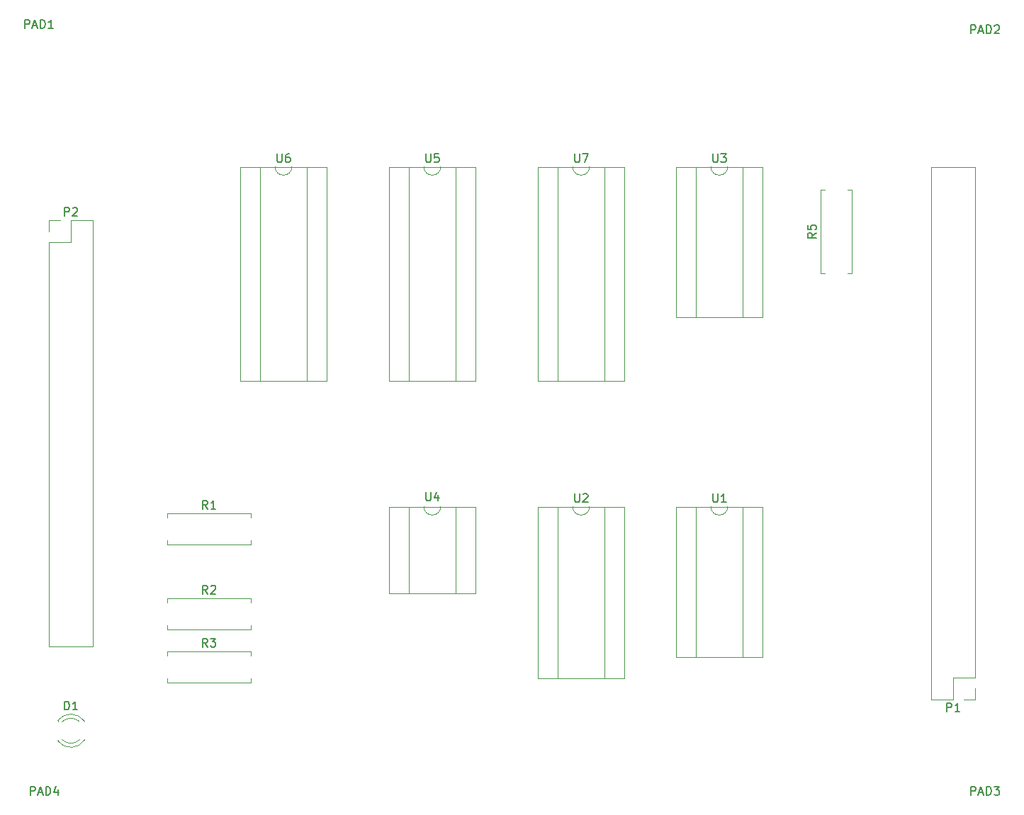
<source format=gbr>
G04 #@! TF.FileFunction,Legend,Top*
%FSLAX46Y46*%
G04 Gerber Fmt 4.6, Leading zero omitted, Abs format (unit mm)*
G04 Created by KiCad (PCBNEW 4.0.6-e0-6349~53~ubuntu16.04.1) date Mon Apr  3 22:16:37 2017*
%MOMM*%
%LPD*%
G01*
G04 APERTURE LIST*
%ADD10C,0.100000*%
%ADD11C,0.120000*%
%ADD12C,0.150000*%
%ADD13R,1.800000X1.800000*%
%ADD14C,1.800000*%
%ADD15R,1.700000X1.700000*%
%ADD16O,1.700000X1.700000*%
%ADD17C,2.400000*%
%ADD18O,2.400000X2.400000*%
%ADD19R,1.600000X1.600000*%
%ADD20O,1.600000X1.600000*%
%ADD21C,6.400000*%
G04 APERTURE END LIST*
D10*
D11*
X57552335Y-133541392D02*
G75*
G03X54320000Y-133384484I-1672335J-1078608D01*
G01*
X57552335Y-135698608D02*
G75*
G02X54320000Y-135855516I-1672335J1078608D01*
G01*
X56921130Y-133540163D02*
G75*
G03X54839039Y-133540000I-1041130J-1079837D01*
G01*
X56921130Y-135699837D02*
G75*
G02X54839039Y-135700000I-1041130J1079837D01*
G01*
X54320000Y-133384000D02*
X54320000Y-133540000D01*
X54320000Y-135700000D02*
X54320000Y-135856000D01*
X163890000Y-128270000D02*
X163890000Y-67250000D01*
X163890000Y-67250000D02*
X158690000Y-67250000D01*
X158690000Y-67250000D02*
X158690000Y-130870000D01*
X158690000Y-130870000D02*
X161290000Y-130870000D01*
X161290000Y-130870000D02*
X161290000Y-128270000D01*
X161290000Y-128270000D02*
X163890000Y-128270000D01*
X163890000Y-129540000D02*
X163890000Y-130870000D01*
X163890000Y-130870000D02*
X162560000Y-130870000D01*
X53280000Y-76200000D02*
X53280000Y-124520000D01*
X53280000Y-124520000D02*
X58480000Y-124520000D01*
X58480000Y-124520000D02*
X58480000Y-73600000D01*
X58480000Y-73600000D02*
X55880000Y-73600000D01*
X55880000Y-73600000D02*
X55880000Y-76200000D01*
X55880000Y-76200000D02*
X53280000Y-76200000D01*
X53280000Y-74930000D02*
X53280000Y-73600000D01*
X53280000Y-73600000D02*
X54610000Y-73600000D01*
X67380000Y-109110000D02*
X67380000Y-108630000D01*
X67380000Y-108630000D02*
X77400000Y-108630000D01*
X77400000Y-108630000D02*
X77400000Y-109110000D01*
X67380000Y-111870000D02*
X67380000Y-112350000D01*
X67380000Y-112350000D02*
X77400000Y-112350000D01*
X77400000Y-112350000D02*
X77400000Y-111870000D01*
X67380000Y-119270000D02*
X67380000Y-118790000D01*
X67380000Y-118790000D02*
X77400000Y-118790000D01*
X77400000Y-118790000D02*
X77400000Y-119270000D01*
X67380000Y-122030000D02*
X67380000Y-122510000D01*
X67380000Y-122510000D02*
X77400000Y-122510000D01*
X77400000Y-122510000D02*
X77400000Y-122030000D01*
X67380000Y-125620000D02*
X67380000Y-125140000D01*
X67380000Y-125140000D02*
X77400000Y-125140000D01*
X77400000Y-125140000D02*
X77400000Y-125620000D01*
X67380000Y-128380000D02*
X67380000Y-128860000D01*
X67380000Y-128860000D02*
X77400000Y-128860000D01*
X77400000Y-128860000D02*
X77400000Y-128380000D01*
X145940000Y-79940000D02*
X145460000Y-79940000D01*
X145460000Y-79940000D02*
X145460000Y-69920000D01*
X145460000Y-69920000D02*
X145940000Y-69920000D01*
X148700000Y-79940000D02*
X149180000Y-79940000D01*
X149180000Y-79940000D02*
X149180000Y-69920000D01*
X149180000Y-69920000D02*
X148700000Y-69920000D01*
X132350000Y-107830000D02*
X130580000Y-107830000D01*
X130580000Y-107830000D02*
X130580000Y-125850000D01*
X130580000Y-125850000D02*
X136120000Y-125850000D01*
X136120000Y-125850000D02*
X136120000Y-107830000D01*
X136120000Y-107830000D02*
X134350000Y-107830000D01*
X128150000Y-107830000D02*
X128150000Y-125850000D01*
X128150000Y-125850000D02*
X138550000Y-125850000D01*
X138550000Y-125850000D02*
X138550000Y-107830000D01*
X138550000Y-107830000D02*
X128150000Y-107830000D01*
X134350000Y-107830000D02*
G75*
G02X132350000Y-107830000I-1000000J0D01*
G01*
X115840000Y-107830000D02*
X114070000Y-107830000D01*
X114070000Y-107830000D02*
X114070000Y-128390000D01*
X114070000Y-128390000D02*
X119610000Y-128390000D01*
X119610000Y-128390000D02*
X119610000Y-107830000D01*
X119610000Y-107830000D02*
X117840000Y-107830000D01*
X111640000Y-107830000D02*
X111640000Y-128390000D01*
X111640000Y-128390000D02*
X122040000Y-128390000D01*
X122040000Y-128390000D02*
X122040000Y-107830000D01*
X122040000Y-107830000D02*
X111640000Y-107830000D01*
X117840000Y-107830000D02*
G75*
G02X115840000Y-107830000I-1000000J0D01*
G01*
X132350000Y-67190000D02*
X130580000Y-67190000D01*
X130580000Y-67190000D02*
X130580000Y-85210000D01*
X130580000Y-85210000D02*
X136120000Y-85210000D01*
X136120000Y-85210000D02*
X136120000Y-67190000D01*
X136120000Y-67190000D02*
X134350000Y-67190000D01*
X128150000Y-67190000D02*
X128150000Y-85210000D01*
X128150000Y-85210000D02*
X138550000Y-85210000D01*
X138550000Y-85210000D02*
X138550000Y-67190000D01*
X138550000Y-67190000D02*
X128150000Y-67190000D01*
X134350000Y-67190000D02*
G75*
G02X132350000Y-67190000I-1000000J0D01*
G01*
X98060000Y-107830000D02*
X96290000Y-107830000D01*
X96290000Y-107830000D02*
X96290000Y-118230000D01*
X96290000Y-118230000D02*
X101830000Y-118230000D01*
X101830000Y-118230000D02*
X101830000Y-107830000D01*
X101830000Y-107830000D02*
X100060000Y-107830000D01*
X93860000Y-107830000D02*
X93860000Y-118230000D01*
X93860000Y-118230000D02*
X104260000Y-118230000D01*
X104260000Y-118230000D02*
X104260000Y-107830000D01*
X104260000Y-107830000D02*
X93860000Y-107830000D01*
X100060000Y-107830000D02*
G75*
G02X98060000Y-107830000I-1000000J0D01*
G01*
X98060000Y-67190000D02*
X96290000Y-67190000D01*
X96290000Y-67190000D02*
X96290000Y-92830000D01*
X96290000Y-92830000D02*
X101830000Y-92830000D01*
X101830000Y-92830000D02*
X101830000Y-67190000D01*
X101830000Y-67190000D02*
X100060000Y-67190000D01*
X93860000Y-67190000D02*
X93860000Y-92830000D01*
X93860000Y-92830000D02*
X104260000Y-92830000D01*
X104260000Y-92830000D02*
X104260000Y-67190000D01*
X104260000Y-67190000D02*
X93860000Y-67190000D01*
X100060000Y-67190000D02*
G75*
G02X98060000Y-67190000I-1000000J0D01*
G01*
X80280000Y-67190000D02*
X78510000Y-67190000D01*
X78510000Y-67190000D02*
X78510000Y-92830000D01*
X78510000Y-92830000D02*
X84050000Y-92830000D01*
X84050000Y-92830000D02*
X84050000Y-67190000D01*
X84050000Y-67190000D02*
X82280000Y-67190000D01*
X76080000Y-67190000D02*
X76080000Y-92830000D01*
X76080000Y-92830000D02*
X86480000Y-92830000D01*
X86480000Y-92830000D02*
X86480000Y-67190000D01*
X86480000Y-67190000D02*
X76080000Y-67190000D01*
X82280000Y-67190000D02*
G75*
G02X80280000Y-67190000I-1000000J0D01*
G01*
X115840000Y-67190000D02*
X114070000Y-67190000D01*
X114070000Y-67190000D02*
X114070000Y-92830000D01*
X114070000Y-92830000D02*
X119610000Y-92830000D01*
X119610000Y-92830000D02*
X119610000Y-67190000D01*
X119610000Y-67190000D02*
X117840000Y-67190000D01*
X111640000Y-67190000D02*
X111640000Y-92830000D01*
X111640000Y-92830000D02*
X122040000Y-92830000D01*
X122040000Y-92830000D02*
X122040000Y-67190000D01*
X122040000Y-67190000D02*
X111640000Y-67190000D01*
X117840000Y-67190000D02*
G75*
G02X115840000Y-67190000I-1000000J0D01*
G01*
D12*
X55141905Y-132112381D02*
X55141905Y-131112381D01*
X55380000Y-131112381D01*
X55522858Y-131160000D01*
X55618096Y-131255238D01*
X55665715Y-131350476D01*
X55713334Y-131540952D01*
X55713334Y-131683810D01*
X55665715Y-131874286D01*
X55618096Y-131969524D01*
X55522858Y-132064762D01*
X55380000Y-132112381D01*
X55141905Y-132112381D01*
X56665715Y-132112381D02*
X56094286Y-132112381D01*
X56380000Y-132112381D02*
X56380000Y-131112381D01*
X56284762Y-131255238D01*
X56189524Y-131350476D01*
X56094286Y-131398095D01*
X160551905Y-132322381D02*
X160551905Y-131322381D01*
X160932858Y-131322381D01*
X161028096Y-131370000D01*
X161075715Y-131417619D01*
X161123334Y-131512857D01*
X161123334Y-131655714D01*
X161075715Y-131750952D01*
X161028096Y-131798571D01*
X160932858Y-131846190D01*
X160551905Y-131846190D01*
X162075715Y-132322381D02*
X161504286Y-132322381D01*
X161790000Y-132322381D02*
X161790000Y-131322381D01*
X161694762Y-131465238D01*
X161599524Y-131560476D01*
X161504286Y-131608095D01*
X55141905Y-73052381D02*
X55141905Y-72052381D01*
X55522858Y-72052381D01*
X55618096Y-72100000D01*
X55665715Y-72147619D01*
X55713334Y-72242857D01*
X55713334Y-72385714D01*
X55665715Y-72480952D01*
X55618096Y-72528571D01*
X55522858Y-72576190D01*
X55141905Y-72576190D01*
X56094286Y-72147619D02*
X56141905Y-72100000D01*
X56237143Y-72052381D01*
X56475239Y-72052381D01*
X56570477Y-72100000D01*
X56618096Y-72147619D01*
X56665715Y-72242857D01*
X56665715Y-72338095D01*
X56618096Y-72480952D01*
X56046667Y-73052381D01*
X56665715Y-73052381D01*
X72223334Y-108082381D02*
X71890000Y-107606190D01*
X71651905Y-108082381D02*
X71651905Y-107082381D01*
X72032858Y-107082381D01*
X72128096Y-107130000D01*
X72175715Y-107177619D01*
X72223334Y-107272857D01*
X72223334Y-107415714D01*
X72175715Y-107510952D01*
X72128096Y-107558571D01*
X72032858Y-107606190D01*
X71651905Y-107606190D01*
X73175715Y-108082381D02*
X72604286Y-108082381D01*
X72890000Y-108082381D02*
X72890000Y-107082381D01*
X72794762Y-107225238D01*
X72699524Y-107320476D01*
X72604286Y-107368095D01*
X72223334Y-118242381D02*
X71890000Y-117766190D01*
X71651905Y-118242381D02*
X71651905Y-117242381D01*
X72032858Y-117242381D01*
X72128096Y-117290000D01*
X72175715Y-117337619D01*
X72223334Y-117432857D01*
X72223334Y-117575714D01*
X72175715Y-117670952D01*
X72128096Y-117718571D01*
X72032858Y-117766190D01*
X71651905Y-117766190D01*
X72604286Y-117337619D02*
X72651905Y-117290000D01*
X72747143Y-117242381D01*
X72985239Y-117242381D01*
X73080477Y-117290000D01*
X73128096Y-117337619D01*
X73175715Y-117432857D01*
X73175715Y-117528095D01*
X73128096Y-117670952D01*
X72556667Y-118242381D01*
X73175715Y-118242381D01*
X72223334Y-124592381D02*
X71890000Y-124116190D01*
X71651905Y-124592381D02*
X71651905Y-123592381D01*
X72032858Y-123592381D01*
X72128096Y-123640000D01*
X72175715Y-123687619D01*
X72223334Y-123782857D01*
X72223334Y-123925714D01*
X72175715Y-124020952D01*
X72128096Y-124068571D01*
X72032858Y-124116190D01*
X71651905Y-124116190D01*
X72556667Y-123592381D02*
X73175715Y-123592381D01*
X72842381Y-123973333D01*
X72985239Y-123973333D01*
X73080477Y-124020952D01*
X73128096Y-124068571D01*
X73175715Y-124163810D01*
X73175715Y-124401905D01*
X73128096Y-124497143D01*
X73080477Y-124544762D01*
X72985239Y-124592381D01*
X72699524Y-124592381D01*
X72604286Y-124544762D01*
X72556667Y-124497143D01*
X144912381Y-75096666D02*
X144436190Y-75430000D01*
X144912381Y-75668095D02*
X143912381Y-75668095D01*
X143912381Y-75287142D01*
X143960000Y-75191904D01*
X144007619Y-75144285D01*
X144102857Y-75096666D01*
X144245714Y-75096666D01*
X144340952Y-75144285D01*
X144388571Y-75191904D01*
X144436190Y-75287142D01*
X144436190Y-75668095D01*
X143912381Y-74191904D02*
X143912381Y-74668095D01*
X144388571Y-74715714D01*
X144340952Y-74668095D01*
X144293333Y-74572857D01*
X144293333Y-74334761D01*
X144340952Y-74239523D01*
X144388571Y-74191904D01*
X144483810Y-74144285D01*
X144721905Y-74144285D01*
X144817143Y-74191904D01*
X144864762Y-74239523D01*
X144912381Y-74334761D01*
X144912381Y-74572857D01*
X144864762Y-74668095D01*
X144817143Y-74715714D01*
X132588095Y-106282381D02*
X132588095Y-107091905D01*
X132635714Y-107187143D01*
X132683333Y-107234762D01*
X132778571Y-107282381D01*
X132969048Y-107282381D01*
X133064286Y-107234762D01*
X133111905Y-107187143D01*
X133159524Y-107091905D01*
X133159524Y-106282381D01*
X134159524Y-107282381D02*
X133588095Y-107282381D01*
X133873809Y-107282381D02*
X133873809Y-106282381D01*
X133778571Y-106425238D01*
X133683333Y-106520476D01*
X133588095Y-106568095D01*
X116078095Y-106282381D02*
X116078095Y-107091905D01*
X116125714Y-107187143D01*
X116173333Y-107234762D01*
X116268571Y-107282381D01*
X116459048Y-107282381D01*
X116554286Y-107234762D01*
X116601905Y-107187143D01*
X116649524Y-107091905D01*
X116649524Y-106282381D01*
X117078095Y-106377619D02*
X117125714Y-106330000D01*
X117220952Y-106282381D01*
X117459048Y-106282381D01*
X117554286Y-106330000D01*
X117601905Y-106377619D01*
X117649524Y-106472857D01*
X117649524Y-106568095D01*
X117601905Y-106710952D01*
X117030476Y-107282381D01*
X117649524Y-107282381D01*
X132588095Y-65642381D02*
X132588095Y-66451905D01*
X132635714Y-66547143D01*
X132683333Y-66594762D01*
X132778571Y-66642381D01*
X132969048Y-66642381D01*
X133064286Y-66594762D01*
X133111905Y-66547143D01*
X133159524Y-66451905D01*
X133159524Y-65642381D01*
X133540476Y-65642381D02*
X134159524Y-65642381D01*
X133826190Y-66023333D01*
X133969048Y-66023333D01*
X134064286Y-66070952D01*
X134111905Y-66118571D01*
X134159524Y-66213810D01*
X134159524Y-66451905D01*
X134111905Y-66547143D01*
X134064286Y-66594762D01*
X133969048Y-66642381D01*
X133683333Y-66642381D01*
X133588095Y-66594762D01*
X133540476Y-66547143D01*
X98298095Y-106132381D02*
X98298095Y-106941905D01*
X98345714Y-107037143D01*
X98393333Y-107084762D01*
X98488571Y-107132381D01*
X98679048Y-107132381D01*
X98774286Y-107084762D01*
X98821905Y-107037143D01*
X98869524Y-106941905D01*
X98869524Y-106132381D01*
X99774286Y-106465714D02*
X99774286Y-107132381D01*
X99536190Y-106084762D02*
X99298095Y-106799048D01*
X99917143Y-106799048D01*
X98298095Y-65642381D02*
X98298095Y-66451905D01*
X98345714Y-66547143D01*
X98393333Y-66594762D01*
X98488571Y-66642381D01*
X98679048Y-66642381D01*
X98774286Y-66594762D01*
X98821905Y-66547143D01*
X98869524Y-66451905D01*
X98869524Y-65642381D01*
X99821905Y-65642381D02*
X99345714Y-65642381D01*
X99298095Y-66118571D01*
X99345714Y-66070952D01*
X99440952Y-66023333D01*
X99679048Y-66023333D01*
X99774286Y-66070952D01*
X99821905Y-66118571D01*
X99869524Y-66213810D01*
X99869524Y-66451905D01*
X99821905Y-66547143D01*
X99774286Y-66594762D01*
X99679048Y-66642381D01*
X99440952Y-66642381D01*
X99345714Y-66594762D01*
X99298095Y-66547143D01*
X80518095Y-65642381D02*
X80518095Y-66451905D01*
X80565714Y-66547143D01*
X80613333Y-66594762D01*
X80708571Y-66642381D01*
X80899048Y-66642381D01*
X80994286Y-66594762D01*
X81041905Y-66547143D01*
X81089524Y-66451905D01*
X81089524Y-65642381D01*
X81994286Y-65642381D02*
X81803809Y-65642381D01*
X81708571Y-65690000D01*
X81660952Y-65737619D01*
X81565714Y-65880476D01*
X81518095Y-66070952D01*
X81518095Y-66451905D01*
X81565714Y-66547143D01*
X81613333Y-66594762D01*
X81708571Y-66642381D01*
X81899048Y-66642381D01*
X81994286Y-66594762D01*
X82041905Y-66547143D01*
X82089524Y-66451905D01*
X82089524Y-66213810D01*
X82041905Y-66118571D01*
X81994286Y-66070952D01*
X81899048Y-66023333D01*
X81708571Y-66023333D01*
X81613333Y-66070952D01*
X81565714Y-66118571D01*
X81518095Y-66213810D01*
X116078095Y-65642381D02*
X116078095Y-66451905D01*
X116125714Y-66547143D01*
X116173333Y-66594762D01*
X116268571Y-66642381D01*
X116459048Y-66642381D01*
X116554286Y-66594762D01*
X116601905Y-66547143D01*
X116649524Y-66451905D01*
X116649524Y-65642381D01*
X117030476Y-65642381D02*
X117697143Y-65642381D01*
X117268571Y-66642381D01*
X163433333Y-142302381D02*
X163433333Y-141302381D01*
X163814286Y-141302381D01*
X163909524Y-141350000D01*
X163957143Y-141397619D01*
X164004762Y-141492857D01*
X164004762Y-141635714D01*
X163957143Y-141730952D01*
X163909524Y-141778571D01*
X163814286Y-141826190D01*
X163433333Y-141826190D01*
X164385714Y-142016667D02*
X164861905Y-142016667D01*
X164290476Y-142302381D02*
X164623809Y-141302381D01*
X164957143Y-142302381D01*
X165290476Y-142302381D02*
X165290476Y-141302381D01*
X165528571Y-141302381D01*
X165671429Y-141350000D01*
X165766667Y-141445238D01*
X165814286Y-141540476D01*
X165861905Y-141730952D01*
X165861905Y-141873810D01*
X165814286Y-142064286D01*
X165766667Y-142159524D01*
X165671429Y-142254762D01*
X165528571Y-142302381D01*
X165290476Y-142302381D01*
X166195238Y-141302381D02*
X166814286Y-141302381D01*
X166480952Y-141683333D01*
X166623810Y-141683333D01*
X166719048Y-141730952D01*
X166766667Y-141778571D01*
X166814286Y-141873810D01*
X166814286Y-142111905D01*
X166766667Y-142207143D01*
X166719048Y-142254762D01*
X166623810Y-142302381D01*
X166338095Y-142302381D01*
X166242857Y-142254762D01*
X166195238Y-142207143D01*
X51038333Y-142302381D02*
X51038333Y-141302381D01*
X51419286Y-141302381D01*
X51514524Y-141350000D01*
X51562143Y-141397619D01*
X51609762Y-141492857D01*
X51609762Y-141635714D01*
X51562143Y-141730952D01*
X51514524Y-141778571D01*
X51419286Y-141826190D01*
X51038333Y-141826190D01*
X51990714Y-142016667D02*
X52466905Y-142016667D01*
X51895476Y-142302381D02*
X52228809Y-141302381D01*
X52562143Y-142302381D01*
X52895476Y-142302381D02*
X52895476Y-141302381D01*
X53133571Y-141302381D01*
X53276429Y-141350000D01*
X53371667Y-141445238D01*
X53419286Y-141540476D01*
X53466905Y-141730952D01*
X53466905Y-141873810D01*
X53419286Y-142064286D01*
X53371667Y-142159524D01*
X53276429Y-142254762D01*
X53133571Y-142302381D01*
X52895476Y-142302381D01*
X54324048Y-141635714D02*
X54324048Y-142302381D01*
X54085952Y-141254762D02*
X53847857Y-141969048D01*
X54466905Y-141969048D01*
X50403333Y-50617381D02*
X50403333Y-49617381D01*
X50784286Y-49617381D01*
X50879524Y-49665000D01*
X50927143Y-49712619D01*
X50974762Y-49807857D01*
X50974762Y-49950714D01*
X50927143Y-50045952D01*
X50879524Y-50093571D01*
X50784286Y-50141190D01*
X50403333Y-50141190D01*
X51355714Y-50331667D02*
X51831905Y-50331667D01*
X51260476Y-50617381D02*
X51593809Y-49617381D01*
X51927143Y-50617381D01*
X52260476Y-50617381D02*
X52260476Y-49617381D01*
X52498571Y-49617381D01*
X52641429Y-49665000D01*
X52736667Y-49760238D01*
X52784286Y-49855476D01*
X52831905Y-50045952D01*
X52831905Y-50188810D01*
X52784286Y-50379286D01*
X52736667Y-50474524D01*
X52641429Y-50569762D01*
X52498571Y-50617381D01*
X52260476Y-50617381D01*
X53784286Y-50617381D02*
X53212857Y-50617381D01*
X53498571Y-50617381D02*
X53498571Y-49617381D01*
X53403333Y-49760238D01*
X53308095Y-49855476D01*
X53212857Y-49903095D01*
X163433333Y-51252381D02*
X163433333Y-50252381D01*
X163814286Y-50252381D01*
X163909524Y-50300000D01*
X163957143Y-50347619D01*
X164004762Y-50442857D01*
X164004762Y-50585714D01*
X163957143Y-50680952D01*
X163909524Y-50728571D01*
X163814286Y-50776190D01*
X163433333Y-50776190D01*
X164385714Y-50966667D02*
X164861905Y-50966667D01*
X164290476Y-51252381D02*
X164623809Y-50252381D01*
X164957143Y-51252381D01*
X165290476Y-51252381D02*
X165290476Y-50252381D01*
X165528571Y-50252381D01*
X165671429Y-50300000D01*
X165766667Y-50395238D01*
X165814286Y-50490476D01*
X165861905Y-50680952D01*
X165861905Y-50823810D01*
X165814286Y-51014286D01*
X165766667Y-51109524D01*
X165671429Y-51204762D01*
X165528571Y-51252381D01*
X165290476Y-51252381D01*
X166242857Y-50347619D02*
X166290476Y-50300000D01*
X166385714Y-50252381D01*
X166623810Y-50252381D01*
X166719048Y-50300000D01*
X166766667Y-50347619D01*
X166814286Y-50442857D01*
X166814286Y-50538095D01*
X166766667Y-50680952D01*
X166195238Y-51252381D01*
X166814286Y-51252381D01*
%LPC*%
D13*
X54610000Y-134620000D03*
D14*
X57150000Y-134620000D03*
D15*
X162560000Y-129540000D03*
D16*
X160020000Y-129540000D03*
X162560000Y-127000000D03*
X160020000Y-127000000D03*
X162560000Y-124460000D03*
X160020000Y-124460000D03*
X162560000Y-121920000D03*
X160020000Y-121920000D03*
X162560000Y-119380000D03*
X160020000Y-119380000D03*
X162560000Y-116840000D03*
X160020000Y-116840000D03*
X162560000Y-114300000D03*
X160020000Y-114300000D03*
X162560000Y-111760000D03*
X160020000Y-111760000D03*
X162560000Y-109220000D03*
X160020000Y-109220000D03*
X162560000Y-106680000D03*
X160020000Y-106680000D03*
X162560000Y-104140000D03*
X160020000Y-104140000D03*
X162560000Y-101600000D03*
X160020000Y-101600000D03*
X162560000Y-99060000D03*
X160020000Y-99060000D03*
X162560000Y-96520000D03*
X160020000Y-96520000D03*
X162560000Y-93980000D03*
X160020000Y-93980000D03*
X162560000Y-91440000D03*
X160020000Y-91440000D03*
X162560000Y-88900000D03*
X160020000Y-88900000D03*
X162560000Y-86360000D03*
X160020000Y-86360000D03*
X162560000Y-83820000D03*
X160020000Y-83820000D03*
X162560000Y-81280000D03*
X160020000Y-81280000D03*
X162560000Y-78740000D03*
X160020000Y-78740000D03*
X162560000Y-76200000D03*
X160020000Y-76200000D03*
X162560000Y-73660000D03*
X160020000Y-73660000D03*
X162560000Y-71120000D03*
X160020000Y-71120000D03*
X162560000Y-68580000D03*
X160020000Y-68580000D03*
D15*
X54610000Y-74930000D03*
D16*
X57150000Y-74930000D03*
X54610000Y-77470000D03*
X57150000Y-77470000D03*
X54610000Y-80010000D03*
X57150000Y-80010000D03*
X54610000Y-82550000D03*
X57150000Y-82550000D03*
X54610000Y-85090000D03*
X57150000Y-85090000D03*
X54610000Y-87630000D03*
X57150000Y-87630000D03*
X54610000Y-90170000D03*
X57150000Y-90170000D03*
X54610000Y-92710000D03*
X57150000Y-92710000D03*
X54610000Y-95250000D03*
X57150000Y-95250000D03*
X54610000Y-97790000D03*
X57150000Y-97790000D03*
X54610000Y-100330000D03*
X57150000Y-100330000D03*
X54610000Y-102870000D03*
X57150000Y-102870000D03*
X54610000Y-105410000D03*
X57150000Y-105410000D03*
X54610000Y-107950000D03*
X57150000Y-107950000D03*
X54610000Y-110490000D03*
X57150000Y-110490000D03*
X54610000Y-113030000D03*
X57150000Y-113030000D03*
X54610000Y-115570000D03*
X57150000Y-115570000D03*
X54610000Y-118110000D03*
X57150000Y-118110000D03*
X54610000Y-120650000D03*
X57150000Y-120650000D03*
X54610000Y-123190000D03*
X57150000Y-123190000D03*
D17*
X66040000Y-110490000D03*
D18*
X78740000Y-110490000D03*
D17*
X66040000Y-120650000D03*
D18*
X78740000Y-120650000D03*
D17*
X66040000Y-127000000D03*
D18*
X78740000Y-127000000D03*
D17*
X147320000Y-81280000D03*
D18*
X147320000Y-68580000D03*
D19*
X129540000Y-109220000D03*
D20*
X137160000Y-124460000D03*
X129540000Y-111760000D03*
X137160000Y-121920000D03*
X129540000Y-114300000D03*
X137160000Y-119380000D03*
X129540000Y-116840000D03*
X137160000Y-116840000D03*
X129540000Y-119380000D03*
X137160000Y-114300000D03*
X129540000Y-121920000D03*
X137160000Y-111760000D03*
X129540000Y-124460000D03*
X137160000Y-109220000D03*
D19*
X113030000Y-109220000D03*
D20*
X120650000Y-127000000D03*
X113030000Y-111760000D03*
X120650000Y-124460000D03*
X113030000Y-114300000D03*
X120650000Y-121920000D03*
X113030000Y-116840000D03*
X120650000Y-119380000D03*
X113030000Y-119380000D03*
X120650000Y-116840000D03*
X113030000Y-121920000D03*
X120650000Y-114300000D03*
X113030000Y-124460000D03*
X120650000Y-111760000D03*
X113030000Y-127000000D03*
X120650000Y-109220000D03*
D19*
X129540000Y-68580000D03*
D20*
X137160000Y-83820000D03*
X129540000Y-71120000D03*
X137160000Y-81280000D03*
X129540000Y-73660000D03*
X137160000Y-78740000D03*
X129540000Y-76200000D03*
X137160000Y-76200000D03*
X129540000Y-78740000D03*
X137160000Y-73660000D03*
X129540000Y-81280000D03*
X137160000Y-71120000D03*
X129540000Y-83820000D03*
X137160000Y-68580000D03*
D19*
X95250000Y-109220000D03*
D20*
X102870000Y-116840000D03*
X95250000Y-111760000D03*
X102870000Y-114300000D03*
X95250000Y-114300000D03*
X102870000Y-111760000D03*
X95250000Y-116840000D03*
X102870000Y-109220000D03*
D19*
X95250000Y-68580000D03*
D20*
X102870000Y-91440000D03*
X95250000Y-71120000D03*
X102870000Y-88900000D03*
X95250000Y-73660000D03*
X102870000Y-86360000D03*
X95250000Y-76200000D03*
X102870000Y-83820000D03*
X95250000Y-78740000D03*
X102870000Y-81280000D03*
X95250000Y-81280000D03*
X102870000Y-78740000D03*
X95250000Y-83820000D03*
X102870000Y-76200000D03*
X95250000Y-86360000D03*
X102870000Y-73660000D03*
X95250000Y-88900000D03*
X102870000Y-71120000D03*
X95250000Y-91440000D03*
X102870000Y-68580000D03*
D19*
X77470000Y-68580000D03*
D20*
X85090000Y-91440000D03*
X77470000Y-71120000D03*
X85090000Y-88900000D03*
X77470000Y-73660000D03*
X85090000Y-86360000D03*
X77470000Y-76200000D03*
X85090000Y-83820000D03*
X77470000Y-78740000D03*
X85090000Y-81280000D03*
X77470000Y-81280000D03*
X85090000Y-78740000D03*
X77470000Y-83820000D03*
X85090000Y-76200000D03*
X77470000Y-86360000D03*
X85090000Y-73660000D03*
X77470000Y-88900000D03*
X85090000Y-71120000D03*
X77470000Y-91440000D03*
X85090000Y-68580000D03*
D19*
X113030000Y-68580000D03*
D20*
X120650000Y-91440000D03*
X113030000Y-71120000D03*
X120650000Y-88900000D03*
X113030000Y-73660000D03*
X120650000Y-86360000D03*
X113030000Y-76200000D03*
X120650000Y-83820000D03*
X113030000Y-78740000D03*
X120650000Y-81280000D03*
X113030000Y-81280000D03*
X120650000Y-78740000D03*
X113030000Y-83820000D03*
X120650000Y-76200000D03*
X113030000Y-86360000D03*
X120650000Y-73660000D03*
X113030000Y-88900000D03*
X120650000Y-71120000D03*
X113030000Y-91440000D03*
X120650000Y-68580000D03*
D21*
X165100000Y-146050000D03*
X52705000Y-146050000D03*
X52070000Y-45720000D03*
X165100000Y-45720000D03*
M02*

</source>
